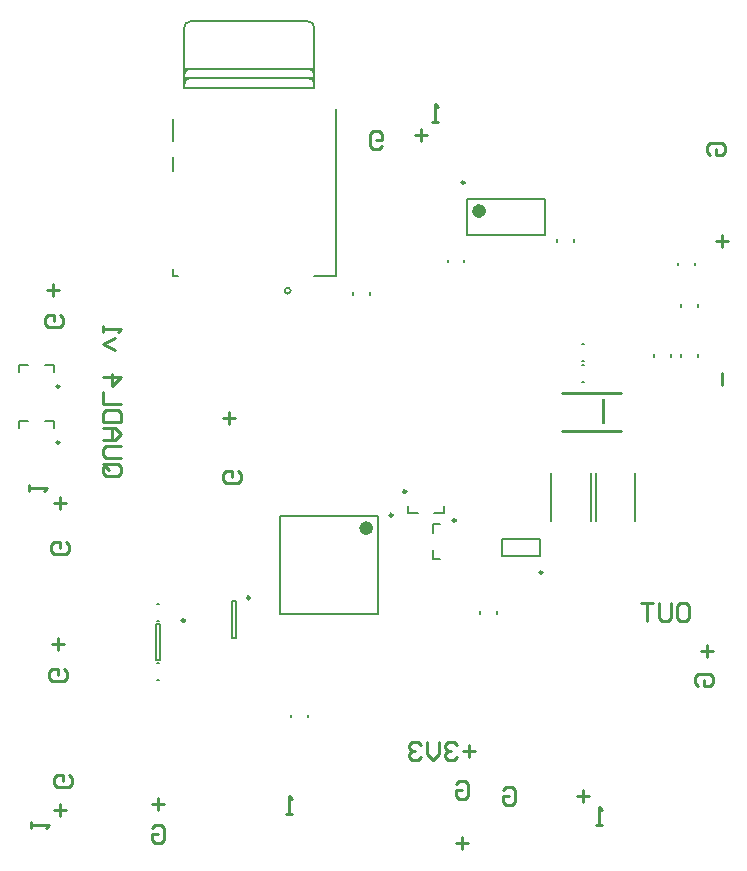
<source format=gbo>
G04*
G04 #@! TF.GenerationSoftware,Altium Limited,Altium Designer,19.1.1 (5)*
G04*
G04 Layer_Color=32896*
%FSLAX25Y25*%
%MOIN*%
G70*
G01*
G75*
%ADD10C,0.00984*%
%ADD11C,0.02362*%
%ADD12C,0.01000*%
%ADD13C,0.00787*%
%ADD14C,0.00600*%
%ADD15C,0.00500*%
G36*
X163894Y112402D02*
X162705D01*
Y104127D01*
X163894D01*
Y112402D01*
D02*
G37*
D10*
X117028Y184646D02*
G03*
X117028Y184646I-492J0D01*
G01*
X97539Y81693D02*
G03*
X97539Y81693I-492J0D01*
G01*
X-18012Y116732D02*
G03*
X-18012Y116732I-492J0D01*
G01*
Y98032D02*
G03*
X-18012Y98032I-492J0D01*
G01*
X114075Y72047D02*
G03*
X114075Y72047I-492J0D01*
G01*
X143012Y54724D02*
G03*
X143012Y54724I-492J0D01*
G01*
X23792Y38700D02*
G03*
X23792Y38700I-492J0D01*
G01*
X93012Y73819D02*
G03*
X93012Y73819I-492J0D01*
G01*
X45417Y46284D02*
G03*
X45417Y46284I-492J0D01*
G01*
D11*
X123031Y175197D02*
G03*
X123031Y175197I-1181J0D01*
G01*
X85433Y69488D02*
G03*
X85433Y69488I-1181J0D01*
G01*
D12*
X149606Y101953D02*
X169291D01*
X149606Y114583D02*
X169291D01*
X188901Y44598D02*
X190900D01*
X191900Y43598D01*
Y39600D01*
X190900Y38600D01*
X188901D01*
X187901Y39600D01*
Y43598D01*
X188901Y44598D01*
X185902D02*
Y39600D01*
X184902Y38600D01*
X182903D01*
X181903Y39600D01*
Y44598D01*
X179904D02*
X175905D01*
X177904D01*
Y38600D01*
X198902Y193701D02*
X197902Y194701D01*
Y196700D01*
X198902Y197700D01*
X202900D01*
X203900Y196700D01*
Y194701D01*
X202900Y193701D01*
X200901D01*
Y195701D01*
X202710Y121063D02*
Y117064D01*
X194702Y16801D02*
X193702Y17801D01*
Y19800D01*
X194702Y20800D01*
X198700D01*
X199700Y19800D01*
Y17801D01*
X198700Y16801D01*
X196701D01*
Y18801D01*
X197788Y30512D02*
Y26513D01*
X195789Y28512D02*
X199788D01*
X158465Y-19639D02*
X154466D01*
X156465Y-17639D02*
Y-21638D01*
X129860Y-17639D02*
X130859Y-16640D01*
X132859D01*
X133858Y-17639D01*
Y-21638D01*
X132859Y-22638D01*
X130859D01*
X129860Y-21638D01*
Y-19639D01*
X131859D01*
X114111Y-15671D02*
X115111Y-14671D01*
X117111D01*
X118110Y-15671D01*
Y-19670D01*
X117111Y-20669D01*
X115111D01*
X114111Y-19670D01*
Y-17670D01*
X116111D01*
X118110Y-35387D02*
X114111D01*
X116111Y-33388D02*
Y-37386D01*
X16732Y-22591D02*
X12734D01*
X14733Y-20592D02*
Y-24591D01*
X12734Y-30435D02*
X13733Y-29435D01*
X15733D01*
X16732Y-30435D01*
Y-34433D01*
X15733Y-35433D01*
X13733D01*
X12734Y-34433D01*
Y-32434D01*
X14733D01*
X-14687Y-12734D02*
X-13687Y-13733D01*
Y-15733D01*
X-14687Y-16732D01*
X-18685D01*
X-19685Y-15733D01*
Y-13733D01*
X-18685Y-12734D01*
X-16686D01*
Y-14733D01*
X-15748Y-24560D02*
X-19747D01*
X-17747Y-22561D02*
Y-26559D01*
X-16502Y22499D02*
X-15502Y21499D01*
Y19500D01*
X-16502Y18500D01*
X-20500D01*
X-21500Y19500D01*
Y21499D01*
X-20500Y22499D01*
X-18501D01*
Y20499D01*
X-16500Y30999D02*
X-20499D01*
X-18499Y32998D02*
Y29000D01*
X-15671Y65022D02*
X-14671Y64023D01*
Y62023D01*
X-15671Y61024D01*
X-19670D01*
X-20669Y62023D01*
Y64023D01*
X-19670Y65022D01*
X-17670D01*
Y63023D01*
Y75787D02*
Y79786D01*
X-15671Y77787D02*
X-19670D01*
X-17902Y140499D02*
X-16902Y139499D01*
Y137500D01*
X-17902Y136500D01*
X-21900D01*
X-22900Y137500D01*
Y139499D01*
X-21900Y140499D01*
X-19901D01*
Y138499D01*
X-20201Y146900D02*
Y150899D01*
X-18202Y148899D02*
X-22200D01*
X89399Y196702D02*
X88399Y195702D01*
X86400D01*
X85400Y196702D01*
Y200700D01*
X86400Y201700D01*
X88399D01*
X89399Y200700D01*
Y198701D01*
X87399D01*
X100600Y200401D02*
X104599D01*
X102599Y198402D02*
Y202400D01*
X41416Y88644D02*
X42415Y87645D01*
Y85645D01*
X41416Y84646D01*
X37417D01*
X36417Y85645D01*
Y87645D01*
X37417Y88644D01*
X39416D01*
Y86645D01*
X38432Y104331D02*
Y108329D01*
X40431Y106330D02*
X36433D01*
X120500Y-4901D02*
X116501D01*
X118501Y-2902D02*
Y-6900D01*
X114502Y-2902D02*
X113502Y-1902D01*
X111503D01*
X110503Y-2902D01*
Y-3901D01*
X111503Y-4901D01*
X112503D01*
X111503D01*
X110503Y-5901D01*
Y-6900D01*
X111503Y-7900D01*
X113502D01*
X114502Y-6900D01*
X108504Y-1902D02*
Y-5901D01*
X106504Y-7900D01*
X104505Y-5901D01*
Y-1902D01*
X102506Y-2902D02*
X101506Y-1902D01*
X99507D01*
X98507Y-2902D01*
Y-3901D01*
X99507Y-4901D01*
X100506D01*
X99507D01*
X98507Y-5901D01*
Y-6900D01*
X99507Y-7900D01*
X101506D01*
X102506Y-6900D01*
X-2500Y90899D02*
X1498D01*
X2498Y89899D01*
Y87900D01*
X1498Y86900D01*
X-2500D01*
X-3500Y87900D01*
Y89899D01*
X-1501Y88899D02*
X-3500Y90899D01*
Y89899D02*
X-2500Y90899D01*
X2498Y92898D02*
X-2500D01*
X-3500Y93898D01*
Y95897D01*
X-2500Y96897D01*
X2498D01*
X-3500Y98896D02*
X499D01*
X2498Y100896D01*
X499Y102895D01*
X-3500D01*
X-501D01*
Y98896D01*
X2498Y104894D02*
X-3500D01*
Y107893D01*
X-2500Y108893D01*
X1498D01*
X2498Y107893D01*
Y104894D01*
Y110892D02*
X-3500D01*
Y114891D01*
Y119889D02*
X2498D01*
X-501Y116890D01*
Y120889D01*
X499Y128886D02*
X-3500Y130886D01*
X499Y132885D01*
X-3500Y134885D02*
Y136884D01*
Y135884D01*
X2498D01*
X1498Y134885D01*
X202710Y167163D02*
Y163164D01*
X200710Y165164D02*
X204709D01*
X59600Y-25800D02*
X57601D01*
X58600D01*
Y-19802D01*
X59600Y-20802D01*
X-27400Y-30600D02*
Y-28601D01*
Y-29600D01*
X-21402D01*
X-22402Y-30600D01*
X-28300Y81800D02*
Y83799D01*
Y82800D01*
X-22302D01*
X-23302Y81800D01*
X108200Y204900D02*
X106201D01*
X107200D01*
Y210898D01*
X108200Y209898D01*
X162800Y-29600D02*
X160801D01*
X161800D01*
Y-23602D01*
X162800Y-24602D01*
D13*
X59055Y148622D02*
G03*
X59055Y148622I-984J0D01*
G01*
X117913Y179134D02*
X143898D01*
X117913Y167323D02*
X143898D01*
X117913D02*
Y179134D01*
X143898Y167323D02*
Y179134D01*
X98228Y74606D02*
Y76968D01*
Y74606D02*
X101378D01*
X110039D02*
Y76968D01*
X106890Y74606D02*
X110039D01*
X-19685Y121457D02*
Y123819D01*
X-22835D02*
X-19685D01*
X-31496Y121457D02*
Y123819D01*
X-28346D01*
X-19685Y102756D02*
Y105118D01*
X-22835D02*
X-19685D01*
X-31496Y102756D02*
Y105118D01*
X-28346D01*
X106496Y70866D02*
X108858D01*
X106496Y67717D02*
Y70866D01*
Y59055D02*
X108858D01*
X106496D02*
Y62205D01*
X129527Y60236D02*
Y65748D01*
X142126Y60236D02*
Y65748D01*
X129527D02*
X142126D01*
X129527Y60236D02*
X142126D01*
X14173Y37598D02*
X15354D01*
X14173Y25394D02*
X15354D01*
Y37598D01*
X14173Y25394D02*
Y37598D01*
X55512Y40748D02*
X88189D01*
X55512Y73425D02*
X88189D01*
X55512Y40748D02*
Y73425D01*
X88189Y40748D02*
Y73425D01*
X39610Y45102D02*
X40791D01*
X39610Y32898D02*
X40791D01*
Y45102D01*
X39610Y32898D02*
Y45102D01*
D14*
X14364Y38539D02*
X15164D01*
X14364Y44139D02*
X15164D01*
X14364Y24453D02*
X15164D01*
X14364Y18854D02*
X15164D01*
X59208Y6490D02*
Y7290D01*
X64808Y6490D02*
Y7290D01*
X111373Y158065D02*
Y158865D01*
X116973Y158065D02*
Y158865D01*
X188145Y157179D02*
Y157979D01*
X193745Y157179D02*
Y157979D01*
X153391Y164954D02*
Y165754D01*
X147791Y164954D02*
Y165754D01*
X189129Y143301D02*
Y144101D01*
X194729Y143301D02*
Y144101D01*
X156096Y125153D02*
X156896D01*
X156096Y130753D02*
X156896D01*
X156096Y123863D02*
X156896D01*
X156096Y118263D02*
X156896D01*
X79877Y147238D02*
Y148038D01*
X85477Y147238D02*
Y148038D01*
X185871Y126568D02*
Y127368D01*
X180271Y126568D02*
Y127368D01*
X189129Y126568D02*
Y127368D01*
X194729Y126568D02*
Y127368D01*
X127800Y40939D02*
Y41739D01*
X122200Y40939D02*
Y41739D01*
X173923Y71724D02*
Y87724D01*
X160723Y71724D02*
Y87724D01*
X159159Y71724D02*
Y87724D01*
X145959Y71724D02*
Y87724D01*
D15*
X66929Y217520D02*
G03*
X64961Y219488I-1969J0D01*
G01*
X66929Y220669D02*
G03*
X64961Y222638I-1969J0D01*
G01*
X66929Y236417D02*
G03*
X64961Y238386I-1969J0D01*
G01*
X25591Y219488D02*
G03*
X23622Y217520I0J-1969D01*
G01*
X25591Y222638D02*
G03*
X23622Y220669I0J-1969D01*
G01*
X25591Y238386D02*
G03*
X23622Y236417I0J-1969D01*
G01*
X66929Y217520D02*
Y219488D01*
X64961D02*
X66929D01*
X25591D02*
X64961D01*
X23622D02*
X25591D01*
X23622Y217520D02*
Y219488D01*
X66929Y220669D02*
Y222638D01*
X64961D02*
X66929D01*
X25591D02*
X64961D01*
X23622D02*
X25591D01*
X23622Y220669D02*
Y222638D01*
Y216338D02*
X66929D01*
X25591Y238386D02*
X64961D01*
X66929Y216338D02*
Y217520D01*
Y219488D02*
Y220669D01*
Y222638D02*
Y236417D01*
X23622Y216338D02*
Y217520D01*
Y219488D02*
Y220669D01*
Y222638D02*
Y236417D01*
X19685Y153543D02*
X21457D01*
X19685D02*
Y155709D01*
X66929Y153543D02*
X74213D01*
Y209252D01*
X19685Y188583D02*
Y193307D01*
Y198425D02*
Y205709D01*
M02*

</source>
